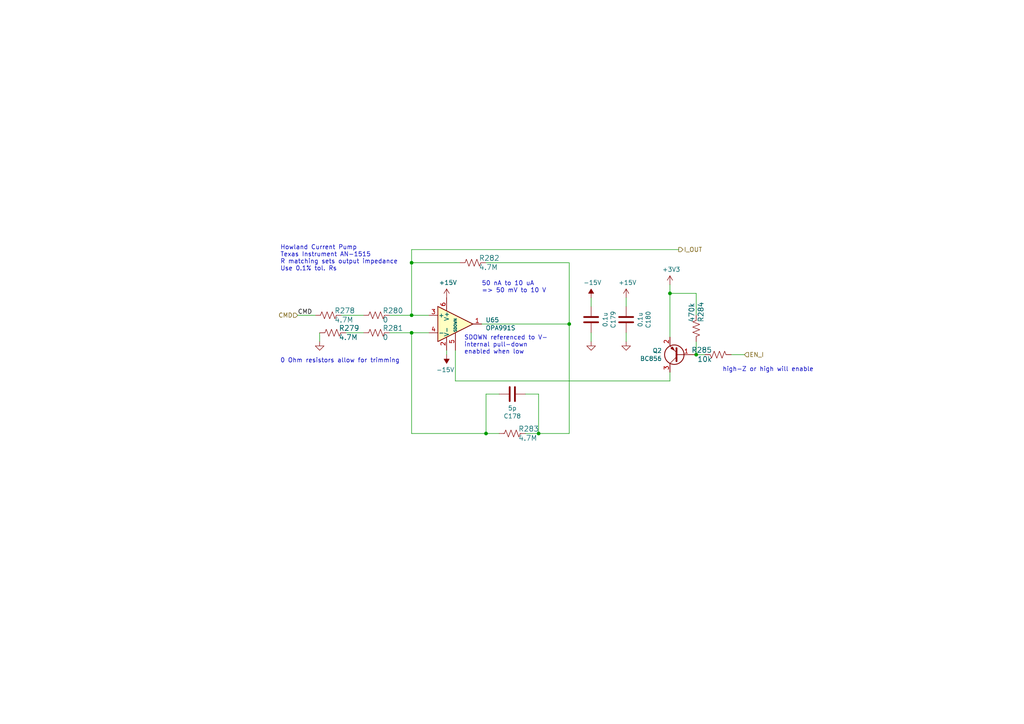
<source format=kicad_sch>
(kicad_sch (version 20211123) (generator eeschema)
  (paper "A4")
  (lib_symbols
    (symbol "Device:C" (pin_numbers hide) (pin_names (offset 0.254))
      (property "Reference" "C" (at 0.635 2.54 0))
      (property "Value" "C" (at 0.635 -2.54 0))
      (symbol "C_0_1"
        (polyline (pts (xy -2.032 -0.762) (xy 2.032 -0.762)) (stroke (width 0.508)))
        (polyline (pts (xy -2.032 0.762) (xy 2.032 0.762)) (stroke (width 0.508)))
      )
      (symbol "C_1_1"
        (pin passive line (at 0 3.81 270) (length 2.794) (name "~") (number "1"))
        (pin passive line (at 0 -3.81 90) (length 2.794) (name "~") (number "2"))
      )
    )
    (symbol "Device:R_US" (pin_numbers hide) (pin_names (offset 0))
      (property "Reference" "R" (at 2.54 0 90))
      (property "Value" "R_US" (at -2.54 0 90))
      (symbol "R_US_0_1"
        (polyline (pts (xy 0 -2.286) (xy 0 -2.54)))
        (polyline (pts (xy 0 2.286) (xy 0 2.54)))
        (polyline (pts (xy 0 -0.762) (xy 1.016 -1.143) (xy 0 -1.524) (xy -1.016 -1.905) (xy 0 -2.286)))
        (polyline (pts (xy 0 0.762) (xy 1.016 0.381) (xy 0 0) (xy -1.016 -0.381) (xy 0 -0.762)))
        (polyline (pts (xy 0 2.286) (xy 1.016 1.905) (xy 0 1.524) (xy -1.016 1.143) (xy 0 0.762)))
      )
      (symbol "R_US_1_1"
        (pin passive line (at 0 3.81 270) (length 1.27) (name "~") (number "1"))
        (pin passive line (at 0 -3.81 90) (length 1.27) (name "~") (number "2"))
      )
    )
    (symbol "Transistor_BJT:BC856" (pin_names (offset 0) hide)
      (property "Reference" "Q" (at 5.08 1.905 0))
      (property "Value" "BC856" (at 5.08 0 0))
      (symbol "BC856_0_1"
        (polyline (pts (xy 0.635 0.635) (xy 2.54 2.54)))
        (polyline (pts (xy 0.635 -0.635) (xy 2.54 -2.54) (xy 2.54 -2.54)))
        (polyline (pts (xy 0.635 1.905) (xy 0.635 -1.905) (xy 0.635 -1.905)) (stroke (width 0.508)))
        (polyline (pts (xy 2.286 -1.778) (xy 1.778 -2.286) (xy 1.27 -1.27) (xy 2.286 -1.778) (xy 2.286 -1.778)) (fill (type outline)))
        (circle (center 1.27 0) (radius 2.8194) (stroke (width 0.254)))
      )
      (symbol "BC856_1_1"
        (pin input line (at -5.08 0 0) (length 5.715) (name "B") (number "1"))
        (pin passive line (at 2.54 -5.08 90) (length 2.54) (name "E") (number "2"))
        (pin passive line (at 2.54 5.08 270) (length 2.54) (name "C") (number "3"))
      )
    )
    (symbol "covg-kicad:OPA991S" (pin_names (offset 0.127))
      (property "Reference" "U" (at 3.81 3.81 0))
      (property "Value" "OPA991S" (at 3.81 -3.81 0))
      (symbol "OPA991S_0_1"
        (polyline (pts (xy -5.08 5.08) (xy 5.08 0) (xy -5.08 -5.08) (xy -5.08 5.08)) (stroke (width 0.254)) (fill (type background)))
      )
      (symbol "OPA991S_1_1"
        (pin output line (at 7.62 0 180) (length 2.54) (name "~") (number "1"))
        (pin power_in line (at -2.54 -7.62 90) (length 3.81) (name "V-") (number "2"))
        (pin input line (at -7.62 2.54 0) (length 2.54) (name "+") (number "3"))
        (pin input line (at -7.62 -2.54 0) (length 2.54) (name "-") (number "4"))
        (pin input line (at 0 -7.62 90) (length 5.08) (name "SDOWN") (number "5"))
        (pin power_in line (at -2.54 7.62 270) (length 3.81) (name "V+") (number "6"))
      )
    )
    (symbol "power:+15V" (power) (pin_names (offset 0))
      (property "Value" "+15V" (at 0 3.556 0))
      (symbol "+15V_0_1"
        (polyline (pts (xy -0.762 1.27) (xy 0 2.54)))
        (polyline (pts (xy 0 0) (xy 0 2.54)))
        (polyline (pts (xy 0 2.54) (xy 0.762 1.27)))
      )
      (symbol "+15V_1_1"
        (pin power_in line (at 0 0 90) (length 0) hide (name "+15V") (number "1"))
      )
    )
    (symbol "power:+3V3" (power) (pin_names (offset 0))
      (property "Value" "+3V3" (at 0 3.556 0))
      (symbol "+3V3_0_1"
        (polyline (pts (xy -0.762 1.27) (xy 0 2.54)))
        (polyline (pts (xy 0 0) (xy 0 2.54)))
        (polyline (pts (xy 0 2.54) (xy 0.762 1.27)))
      )
      (symbol "+3V3_1_1"
        (pin power_in line (at 0 0 90) (length 0) hide (name "+3V3") (number "1"))
      )
    )
    (symbol "power:-15V" (power) (pin_names (offset 0))
      (property "Value" "-15V" (at 0 3.81 0))
      (symbol "-15V_0_0"
        (pin power_in line (at 0 0 90) (length 0) hide (name "-15V") (number "1"))
      )
      (symbol "-15V_0_1"
        (polyline (pts (xy 0 0) (xy 0 1.27) (xy 0.762 1.27) (xy 0 2.54) (xy -0.762 1.27) (xy 0 1.27)) (fill (type outline)))
      )
    )
    (symbol "power:GND" (power) (pin_names (offset 0))
      (property "Value" "GND" (at 0 -3.81 0))
      (symbol "GND_0_1"
        (polyline (pts (xy 0 0) (xy 0 -1.27) (xy 1.27 -1.27) (xy 0 -2.54) (xy -1.27 -1.27) (xy 0 -1.27)))
      )
      (symbol "GND_1_1"
        (pin power_in line (at 0 0 270) (length 0) hide (name "GND") (number "1"))
      )
    )
  )
  (junction (at 165.1 93.98))
  (junction (at 119.38 91.44))
  (junction (at 156.21 125.73))
  (junction (at 140.97 125.73))
  (junction (at 119.38 96.52))
  (junction (at 194.31 85.09))
  (junction (at 201.93 102.87))
  (junction (at 119.38 76.2))
  (wire (pts (xy 201.93 102.87) (xy 201.93 99.06)))
  (wire (pts (xy 171.45 99.06) (xy 171.45 96.52)))
  (wire (pts (xy 92.71 99.06) (xy 92.71 96.52)))
  (wire (pts (xy 91.44 91.44) (xy 86.36 91.44)))
  (wire (pts (xy 171.45 88.9) (xy 171.45 86.36)))
  (wire (pts (xy 140.97 76.2) (xy 165.1 76.2)))
  (wire (pts (xy 99.06 91.44) (xy 105.41 91.44)))
  (wire (pts (xy 129.54 101.6) (xy 129.54 102.87)))
  (wire (pts (xy 165.1 93.98) (xy 139.7 93.98)))
  (wire (pts (xy 201.93 85.09) (xy 201.93 91.44)))
  (wire (pts (xy 194.31 110.49) (xy 194.31 107.95)))
  (wire (pts (xy 133.35 76.2) (xy 119.38 76.2)))
  (wire (pts (xy 194.31 82.55) (xy 194.31 85.09)))
  (wire (pts (xy 194.31 85.09) (xy 194.31 97.79)))
  (wire (pts (xy 140.97 114.3) (xy 144.78 114.3)))
  (wire (pts (xy 119.38 125.73) (xy 119.38 96.52)))
  (wire (pts (xy 152.4 114.3) (xy 156.21 114.3)))
  (wire (pts (xy 119.38 91.44) (xy 124.46 91.44)))
  (wire (pts (xy 100.33 96.52) (xy 105.41 96.52)))
  (wire (pts (xy 113.03 91.44) (xy 119.38 91.44)))
  (wire (pts (xy 140.97 125.73) (xy 119.38 125.73)))
  (wire (pts (xy 156.21 125.73) (xy 152.4 125.73)))
  (wire (pts (xy 119.38 76.2) (xy 119.38 72.39)))
  (wire (pts (xy 119.38 76.2) (xy 119.38 91.44)))
  (wire (pts (xy 113.03 96.52) (xy 119.38 96.52)))
  (wire (pts (xy 119.38 72.39) (xy 196.85 72.39)))
  (wire (pts (xy 119.38 96.52) (xy 124.46 96.52)))
  (wire (pts (xy 140.97 114.3) (xy 140.97 125.73)))
  (wire (pts (xy 132.08 101.6) (xy 132.08 110.49)))
  (wire (pts (xy 181.61 88.9) (xy 181.61 86.36)))
  (wire (pts (xy 212.09 102.87) (xy 215.9 102.87)))
  (wire (pts (xy 140.97 125.73) (xy 144.78 125.73)))
  (wire (pts (xy 156.21 125.73) (xy 165.1 125.73)))
  (wire (pts (xy 165.1 125.73) (xy 165.1 93.98)))
  (wire (pts (xy 156.21 125.73) (xy 156.21 114.3)))
  (wire (pts (xy 194.31 85.09) (xy 201.93 85.09)))
  (wire (pts (xy 132.08 110.49) (xy 194.31 110.49)))
  (wire (pts (xy 201.93 102.87) (xy 204.47 102.87)))
  (wire (pts (xy 165.1 76.2) (xy 165.1 93.98)))
  (wire (pts (xy 181.61 99.06) (xy 181.61 96.52)))
  (text "high-Z or high will enable" (at 209.55 107.95 0) (effects (font (size 1.27 1.27)) (justify left bottom)))
  (text "50 nA to 10 uA\n=> 50 mV to 10 V " (at 139.7 85.09 0) (effects (font (size 1.27 1.27)) (justify left bottom)))
  (text "0 Ohm resistors allow for trimming" (at 81.28 105.41 0) (effects (font (size 1.27 1.27)) (justify left bottom)))
  (text "Howland Current Pump\nTexas Instrument AN-1515\nR matching sets output impedance\nUse 0.1% tol. Rs" (at 81.28 78.74 0) (effects (font (size 1.27 1.27)) (justify left bottom)))
  (text "SDOWN referenced to V-\ninternal pull-down\nenabled when low\n" (at 134.62 102.87 0) (effects (font (size 1.27 1.27)) (justify left bottom)))
  (label "CMD" (at 86.36 91.44 0))
  (hierarchical_label "CMD" (shape input) (at 86.36 91.44 180))
  (hierarchical_label "EN_I" (shape input) (at 215.9 102.87 0))
  (hierarchical_label "I_OUT" (shape output) (at 196.85 72.39 0))
  (symbol (lib_id "Device:R_US") (at 96.52 96.52 270) (unit 1)
    (property "Reference" "R279" (at 98.2472 95.1738 90) (effects (font (size 1.4986 1.4986)) (justify left)))
    (property "Value" "4.7M" (at 98.2472 97.8408 90) (effects (font (size 1.4986 1.4986)) (justify left)))
    (property "Footprint" "Resistor_SMD:R_1206_3216Metric" (effects hide))
    (property "Manf#" "RG3216P-4704-B-T1" (effects hide))
    (property "Tolerance" "0.1" (effects hide))
  )
  (symbol (lib_id "Device:R_US") (at 95.25 91.44 270) (unit 1)
    (property "Reference" "R278" (at 96.9772 90.0938 90) (effects (font (size 1.4986 1.4986)) (justify left)))
    (property "Value" "4.7M" (at 96.9772 92.7608 90) (effects (font (size 1.4986 1.4986)) (justify left)))
    (property "Footprint" "Resistor_SMD:R_1206_3216Metric" (effects hide))
    (property "Manf#" "RG3216P-4704-B-T1" (effects hide))
    (property "Tolerance" "0.1" (effects hide))
  )
  (symbol (lib_id "Device:R_US") (at 137.16 76.2 270) (unit 1)
    (property "Reference" "R282" (at 138.8872 74.8538 90) (effects (font (size 1.4986 1.4986)) (justify left)))
    (property "Value" "4.7M" (at 138.8872 77.5208 90) (effects (font (size 1.4986 1.4986)) (justify left)))
    (property "Footprint" "Resistor_SMD:R_1206_3216Metric" (effects hide))
    (property "Manf#" "RG3216P-4704-B-T1" (effects hide))
    (property "Tolerance" "0.1" (effects hide))
  )
  (symbol (lib_id "Transistor_BJT:BC856") (at 196.85 102.87 180) (unit 1)
    (property "Reference" "Q2" (at 191.9986 101.7016 0) (effects (justify left)))
    (property "Value" "BC856" (at 191.9986 104.013 0) (effects (justify left)))
    (property "Footprint" "Package_TO_SOT_SMD:SOT-23" (effects hide))
    (property "Datasheet" "https://www.onsemi.com/pub/Collateral/BC860-D.pdf" (effects hide))
    (property "Manf#" "BC856B-7-F" (effects hide))
  )
  (symbol (lib_id "Device:R_US") (at 208.28 102.87 90) (mirror x) (unit 1)
    (property "Reference" "R285" (at 206.5528 101.5238 90) (effects (font (size 1.4986 1.4986)) (justify left)))
    (property "Value" "10k" (at 206.5528 104.1908 90) (effects (font (size 1.4986 1.4986)) (justify left)))
    (property "Footprint" "Resistor_SMD:R_0603_1608Metric" (effects hide))
    (property "Manf#" "RC0603FR-0710KL" (effects hide))
    (property "Power" "0.1W" (effects hide))
    (property "Tolerance" "1%" (effects hide))
  )
  (symbol (lib_id "power:+3V3") (at 194.31 82.55 0) (unit 1)
    (property "Reference" "#PWR0259" (effects hide))
    (property "Value" "+3V3" (at 194.691 78.1558 0))
  )
  (symbol (lib_id "Device:R_US") (at 201.93 95.25 0) (mirror y) (unit 1)
    (property "Reference" "R284" (at 203.2762 93.5228 90) (effects (font (size 1.4986 1.4986)) (justify left)))
    (property "Value" "470k" (at 200.6092 93.5228 90) (effects (font (size 1.4986 1.4986)) (justify left)))
    (property "Footprint" "Resistor_SMD:R_0603_1608Metric" (effects hide))
    (property "Manf#" "RC0603FR-0710KL" (effects hide))
    (property "Tolerance" "0.1" (effects hide))
  )
  (symbol (lib_id "power:-15V") (at 129.54 102.87 180) (unit 1)
    (property "Reference" "#PWR0254" (effects hide))
    (property "Value" "-15V" (at 129.159 107.2642 0))
  )
  (symbol (lib_id "power:+15V") (at 129.54 86.36 0) (unit 1)
    (property "Reference" "#PWR0253" (effects hide))
    (property "Value" "+15V" (at 129.921 81.9658 0))
  )
  (symbol (lib_id "Device:C") (at 148.59 114.3 90) (unit 1)
    (property "Reference" "C178" (at 148.59 120.7008 90))
    (property "Value" "5p" (at 148.59 118.3894 90))
    (property "Footprint" "Capacitor_SMD:C_0603_1608Metric" (effects hide))
    (property "Manf#" "CL10C050CB81PNC" (effects hide))
    (property "Tolerance" "0.25pF" (effects hide))
    (property "voltage" "50" (effects hide))
  )
  (symbol (lib_id "power:GND") (at 92.71 99.06 0) (unit 1)
    (property "Reference" "#PWR0252" (effects hide))
    (property "Value" "GND" (effects hide))
  )
  (symbol (lib_id "covg-kicad:OPA991S") (at 132.08 93.98 0) (unit 1)
    (property "Reference" "U65" (at 140.8176 92.8116 0) (effects (justify left)))
    (property "Value" "OPA991S" (at 140.8176 95.123 0) (effects (justify left)))
    (property "Footprint" "Package_TO_SOT_SMD:SOT-23-6" (effects hide))
    (property "Datasheet" "https://www.ti.com/lit/ds/symlink/opa991.pdf" (effects hide))
    (property "Manf#" "OPA991SIDBVR" (effects hide))
  )
  (symbol (lib_id "Device:R_US") (at 148.59 125.73 270) (unit 1)
    (property "Reference" "R283" (at 150.3172 124.3838 90) (effects (font (size 1.4986 1.4986)) (justify left)))
    (property "Value" "4.7M" (at 150.3172 127.0508 90) (effects (font (size 1.4986 1.4986)) (justify left)))
    (property "Footprint" "Resistor_SMD:R_1206_3216Metric" (effects hide))
    (property "Manf#" "RG3216P-4704-B-T1" (effects hide))
    (property "Tolerance" "0.1" (effects hide))
  )
  (symbol (lib_id "Device:C") (at 171.45 92.71 180) (unit 1)
    (property "Reference" "C179" (at 177.8508 92.71 90))
    (property "Value" "0.1u" (at 175.5394 92.71 90))
    (property "Footprint" "Capacitor_SMD:C_0603_1608Metric" (effects hide))
    (property "Manf#" "CL10B104KA8NFNC" (effects hide))
    (property "Manufacturer_Name" "Samsung" (effects hide))
    (property "Tolerance" "10%" (effects hide))
    (property "voltage" "25" (effects hide))
  )
  (symbol (lib_id "power:GND") (at 171.45 99.06 0) (unit 1)
    (property "Reference" "#PWR0256" (effects hide))
    (property "Value" "GND" (effects hide))
  )
  (symbol (lib_id "power:+15V") (at 181.61 86.36 0) (unit 1)
    (property "Reference" "#PWR0257" (effects hide))
    (property "Value" "+15V" (at 181.991 81.9658 0))
  )
  (symbol (lib_id "power:GND") (at 181.61 99.06 0) (unit 1)
    (property "Reference" "#PWR0258" (effects hide))
    (property "Value" "GND" (effects hide))
  )
  (symbol (lib_id "Device:C") (at 181.61 92.71 180) (unit 1)
    (property "Reference" "C180" (at 188.0108 92.71 90))
    (property "Value" "0.1u" (at 185.6994 92.71 90))
    (property "Footprint" "Capacitor_SMD:C_0603_1608Metric" (effects hide))
    (property "Manf#" "CL10B104KA8NFNC" (effects hide))
    (property "Manufacturer_Name" "Samsung" (effects hide))
    (property "Tolerance" "10%" (effects hide))
    (property "voltage" "25" (effects hide))
  )
  (symbol (lib_id "power:-15V") (at 171.45 86.36 0) (unit 1)
    (property "Reference" "#PWR0255" (effects hide))
    (property "Value" "-15V" (at 171.831 81.9658 0))
  )
  (symbol (lib_id "Device:R_US") (at 109.22 96.52 270) (unit 1)
    (property "Reference" "R281" (at 110.9472 95.1738 90) (effects (font (size 1.4986 1.4986)) (justify left)))
    (property "Value" "0" (at 110.9472 97.8408 90) (effects (font (size 1.4986 1.4986)) (justify left)))
    (property "Footprint" "Resistor_SMD:R_0603_1608Metric" (effects hide))
    (property "Manf#" "RC0603FR-070RL" (effects hide))
    (property "Power" "0.1W" (effects hide))
  )
  (symbol (lib_id "Device:R_US") (at 109.22 91.44 270) (unit 1)
    (property "Reference" "R280" (at 110.9472 90.0938 90) (effects (font (size 1.4986 1.4986)) (justify left)))
    (property "Value" "0" (at 110.9472 92.7608 90) (effects (font (size 1.4986 1.4986)) (justify left)))
    (property "Footprint" "Resistor_SMD:R_0603_1608Metric" (effects hide))
    (property "Manf#" "RC0603FR-070RL" (effects hide))
    (property "Power" "0.1W" (effects hide))
  )
)
</source>
